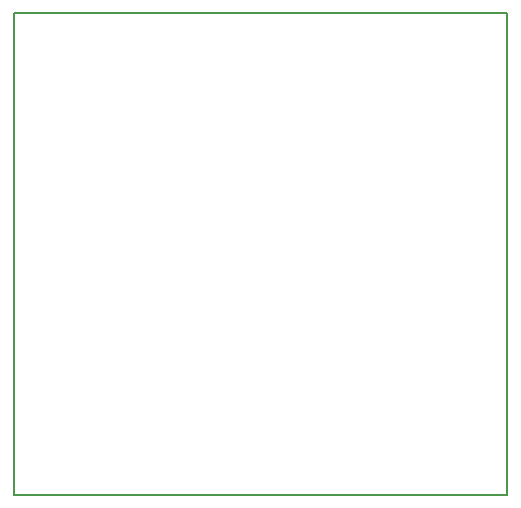
<source format=gm1>
G04 MADE WITH FRITZING*
G04 WWW.FRITZING.ORG*
G04 DOUBLE SIDED*
G04 HOLES PLATED*
G04 CONTOUR ON CENTER OF CONTOUR VECTOR*
%ASAXBY*%
%FSLAX23Y23*%
%MOIN*%
%OFA0B0*%
%SFA1.0B1.0*%
%ADD10R,1.653540X1.614170*%
%ADD11C,0.008000*%
%ADD10C,0.008*%
%LNCONTOUR*%
G90*
G70*
G54D10*
G54D11*
X4Y1610D02*
X1650Y1610D01*
X1650Y4D01*
X4Y4D01*
X4Y1610D01*
D02*
G04 End of contour*
M02*
</source>
